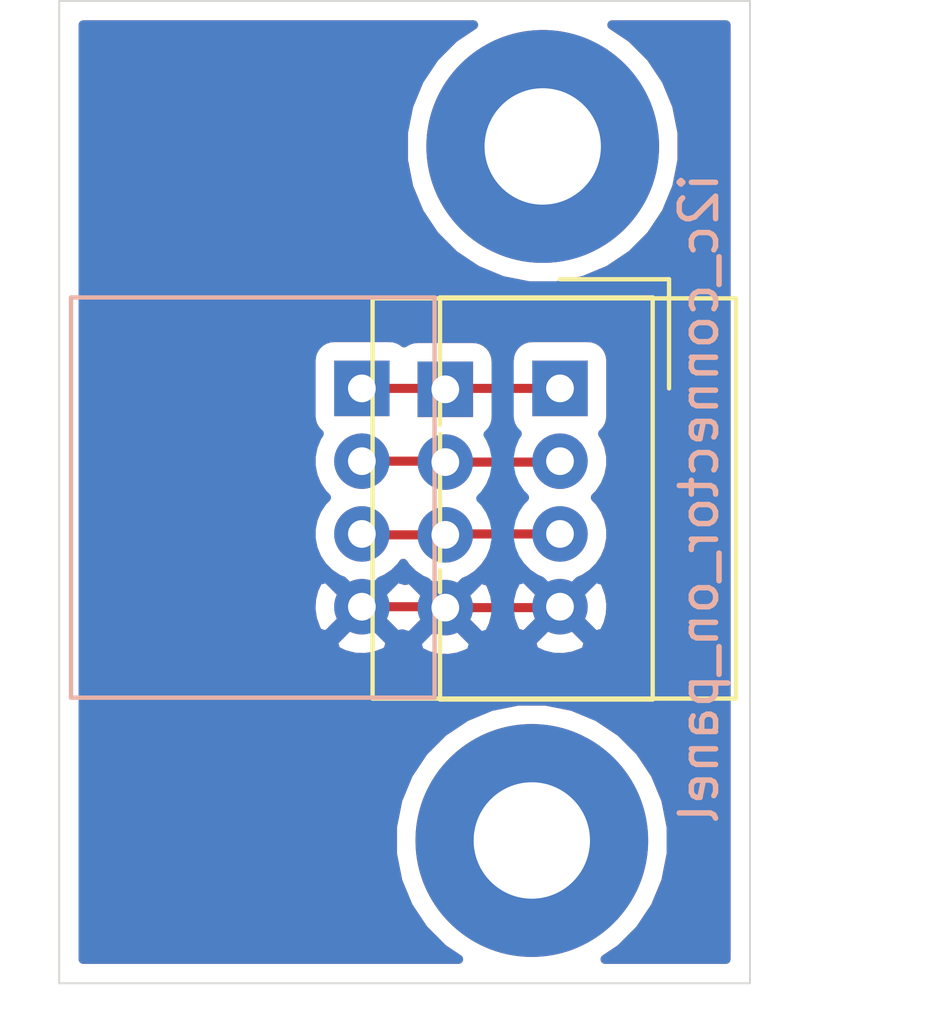
<source format=kicad_pcb>
(kicad_pcb (version 20171130) (host pcbnew 5.1.5-52549c5~86~ubuntu18.04.1)

  (general
    (thickness 1.6)
    (drawings 5)
    (tracks 16)
    (zones 0)
    (modules 5)
    (nets 5)
  )

  (page A4)
  (layers
    (0 F.Cu signal)
    (31 B.Cu signal)
    (32 B.Adhes user)
    (33 F.Adhes user)
    (34 B.Paste user)
    (35 F.Paste user)
    (36 B.SilkS user)
    (37 F.SilkS user)
    (38 B.Mask user)
    (39 F.Mask user)
    (40 Dwgs.User user)
    (41 Cmts.User user)
    (42 Eco1.User user)
    (43 Eco2.User user)
    (44 Edge.Cuts user)
    (45 Margin user)
    (46 B.CrtYd user)
    (47 F.CrtYd user)
    (48 B.Fab user)
    (49 F.Fab user)
  )

  (setup
    (last_trace_width 0.25)
    (trace_clearance 0.2)
    (zone_clearance 0.508)
    (zone_45_only no)
    (trace_min 0.2)
    (via_size 0.8)
    (via_drill 0.4)
    (via_min_size 0.4)
    (via_min_drill 0.3)
    (uvia_size 0.3)
    (uvia_drill 0.1)
    (uvias_allowed no)
    (uvia_min_size 0.2)
    (uvia_min_drill 0.1)
    (edge_width 0.05)
    (segment_width 0.2)
    (pcb_text_width 0.3)
    (pcb_text_size 1.5 1.5)
    (mod_edge_width 0.12)
    (mod_text_size 1 1)
    (mod_text_width 0.15)
    (pad_size 1.524 1.524)
    (pad_drill 0.762)
    (pad_to_mask_clearance 0.051)
    (solder_mask_min_width 0.25)
    (aux_axis_origin 0 0)
    (visible_elements FFFFFF7F)
    (pcbplotparams
      (layerselection 0x010fc_ffffffff)
      (usegerberextensions false)
      (usegerberattributes false)
      (usegerberadvancedattributes false)
      (creategerberjobfile false)
      (excludeedgelayer true)
      (linewidth 0.100000)
      (plotframeref false)
      (viasonmask false)
      (mode 1)
      (useauxorigin false)
      (hpglpennumber 1)
      (hpglpenspeed 20)
      (hpglpendiameter 15.000000)
      (psnegative false)
      (psa4output false)
      (plotreference true)
      (plotvalue true)
      (plotinvisibletext false)
      (padsonsilk false)
      (subtractmaskfromsilk false)
      (outputformat 1)
      (mirror false)
      (drillshape 1)
      (scaleselection 1)
      (outputdirectory ""))
  )

  (net 0 "")
  (net 1 GND)
  (net 2 VCC)
  (net 3 /SDA)
  (net 4 /SCL)

  (net_class Default "This is the default net class."
    (clearance 0.2)
    (trace_width 0.25)
    (via_dia 0.8)
    (via_drill 0.4)
    (uvia_dia 0.3)
    (uvia_drill 0.1)
    (add_net /SCL)
    (add_net /SDA)
    (add_net GND)
    (add_net VCC)
  )

  (module my-kicad-footprints:NS-Tech_Grove_1x04_P2mm_Horizontal (layer B.Cu) (tedit 5D3EFECF) (tstamp 5E8CA258)
    (at 159.325 73.65 180)
    (descr https://statics3.seeedstudio.com/images/opl/datasheet/3470130P1.pdf)
    (tags Grove-1x04)
    (path /5E8C50AC)
    (fp_text reference J1 (at -0.0127 6.3246) (layer B.SilkS) hide
      (effects (font (size 1 1) (thickness 0.15)) (justify mirror))
    )
    (fp_text value Conn_01x04 (at 9.1059 -2.6924 -90) (layer B.Fab)
      (effects (font (size 1 1) (thickness 0.15)) (justify mirror))
    )
    (fp_line (start -2 -5.5) (end 8 -5.5) (layer B.SilkS) (width 0.12))
    (fp_line (start -2 5.5) (end -2 -5.5) (layer B.SilkS) (width 0.12))
    (fp_line (start -2 5.5) (end 8 5.5) (layer B.SilkS) (width 0.12))
    (fp_line (start 8 5.5) (end 8 -5.5) (layer B.SilkS) (width 0.12))
    (fp_text user %R (at -2 1 -90) (layer B.Fab)
      (effects (font (size 1 1) (thickness 0.15)) (justify mirror))
    )
    (pad 4 thru_hole circle (at 0 -3 180) (size 1.524 1.524) (drill 0.762) (layers *.Cu *.Mask)
      (net 1 GND))
    (pad 3 thru_hole circle (at 0 -1 180) (size 1.524 1.524) (drill 0.762) (layers *.Cu *.Mask)
      (net 2 VCC))
    (pad 2 thru_hole circle (at 0 1 180) (size 1.524 1.524) (drill 0.762) (layers *.Cu *.Mask)
      (net 3 /SDA))
    (pad 1 thru_hole rect (at 0 3 180) (size 1.524 1.524) (drill 0.762) (layers *.Cu *.Mask)
      (net 4 /SCL))
    (model ${KISYS3DMOD}/Connector.3dshapes/NS-Tech_Grove_1x04_P2mm_Vertical.wrl
      (at (xyz 0 0 0))
      (scale (xyz 0.3937 0.3937 0.3937))
      (rotate (xyz 0 0 -90))
    )
  )

  (module Connector:NS-Tech_Grove_1x04_P2mm_Vertical (layer F.Cu) (tedit 5A2A5779) (tstamp 5E8CA60A)
    (at 164.775 70.65)
    (descr https://statics3.seeedstudio.com/images/opl/datasheet/3470130P1.pdf)
    (tags Grove-1x04)
    (path /5E8C6668)
    (fp_text reference J3 (at -1.5 -4) (layer F.SilkS) hide
      (effects (font (size 1 1) (thickness 0.15)))
    )
    (fp_text value Conn_01x04 (at 4.19 2.83 90) (layer F.Fab)
      (effects (font (size 1 1) (thickness 0.15)))
    )
    (fp_text user %R (at -2 2 90) (layer F.Fab)
      (effects (font (size 1 1) (thickness 0.15)))
    )
    (fp_line (start 0.9 0) (end 2.2 1) (layer F.Fab) (width 0.1))
    (fp_line (start 2.2 -1) (end 0.9 0) (layer F.Fab) (width 0.1))
    (fp_line (start 3 -3) (end 3 0) (layer F.SilkS) (width 0.12))
    (fp_line (start 0 -3) (end 3 -3) (layer F.SilkS) (width 0.12))
    (fp_line (start -3.45 -2.65) (end -3.45 8.7) (layer F.CrtYd) (width 0.05))
    (fp_line (start -3.45 8.7) (end 2.7 8.7) (layer F.CrtYd) (width 0.05))
    (fp_line (start 2.7 8.7) (end 2.7 -2.65) (layer F.CrtYd) (width 0.05))
    (fp_line (start -3.45 -2.65) (end 2.7 -2.65) (layer F.CrtYd) (width 0.05))
    (fp_line (start -3.3 5) (end -3.3 5.6) (layer F.SilkS) (width 0.12))
    (fp_line (start -3.3 0.4) (end -3.3 1) (layer F.SilkS) (width 0.12))
    (fp_line (start 2.55 -2.5) (end 2.55 8.55) (layer F.SilkS) (width 0.12))
    (fp_line (start -3.3 -2.5) (end 2.55 -2.5) (layer F.SilkS) (width 0.12))
    (fp_line (start -3.3 1.25) (end -3.3 4.75) (layer F.SilkS) (width 0.12))
    (fp_line (start -3.3 8.55) (end 2.55 8.55) (layer F.SilkS) (width 0.12))
    (fp_line (start -3.3 -2.5) (end -3.3 0.15) (layer F.SilkS) (width 0.12))
    (fp_line (start -3.3 5.9) (end -3.3 8.55) (layer F.SilkS) (width 0.12))
    (fp_line (start -2.9 -2.1) (end 2.2 -2.1) (layer F.Fab) (width 0.1))
    (fp_line (start 2.2 -2.1) (end 2.2 8.1) (layer F.Fab) (width 0.1))
    (fp_line (start 2.2 8.1) (end -2.9 8.1) (layer F.Fab) (width 0.1))
    (fp_line (start -2.9 8.1) (end -2.9 -2.1) (layer F.Fab) (width 0.1))
    (pad 1 thru_hole rect (at 0 0) (size 1.524 1.524) (drill 0.762) (layers *.Cu *.Mask)
      (net 4 /SCL))
    (pad 2 thru_hole circle (at 0 2) (size 1.524 1.524) (drill 0.762) (layers *.Cu *.Mask)
      (net 3 /SDA))
    (pad 3 thru_hole circle (at 0 4) (size 1.524 1.524) (drill 0.762) (layers *.Cu *.Mask)
      (net 2 VCC))
    (pad 4 thru_hole circle (at 0 6) (size 1.524 1.524) (drill 0.762) (layers *.Cu *.Mask)
      (net 1 GND))
    (model ${KISYS3DMOD}/Connector.3dshapes/NS-Tech_Grove_1x04_P2mm_Vertical.wrl
      (at (xyz 0 0 0))
      (scale (xyz 0.3937 0.3937 0.3937))
      (rotate (xyz 0 0 -90))
    )
  )

  (module MountingHole:MountingHole_3.2mm_M3_Pad (layer F.Cu) (tedit 56D1B4CB) (tstamp 5E8CA4A2)
    (at 164 83.075)
    (descr "Mounting Hole 3.2mm, M3")
    (tags "mounting hole 3.2mm m3")
    (attr virtual)
    (fp_text reference REF** (at 0 -4.2) (layer F.SilkS) hide
      (effects (font (size 1 1) (thickness 0.15)))
    )
    (fp_text value MountingHole_3.2mm_M3_Pad (at 0 4.2) (layer F.Fab)
      (effects (font (size 1 1) (thickness 0.15)))
    )
    (fp_text user %R (at 0.3 0) (layer F.Fab)
      (effects (font (size 1 1) (thickness 0.15)))
    )
    (fp_circle (center 0 0) (end 3.2 0) (layer Cmts.User) (width 0.15))
    (fp_circle (center 0 0) (end 3.45 0) (layer F.CrtYd) (width 0.05))
    (pad 1 thru_hole circle (at 0 0) (size 6.4 6.4) (drill 3.2) (layers *.Cu *.Mask))
  )

  (module MountingHole:MountingHole_3.2mm_M3_Pad (layer F.Cu) (tedit 56D1B4CB) (tstamp 5E8CA4A0)
    (at 164.3 64)
    (descr "Mounting Hole 3.2mm, M3")
    (tags "mounting hole 3.2mm m3")
    (attr virtual)
    (fp_text reference REF** (at 0 -4.2) (layer F.SilkS) hide
      (effects (font (size 1 1) (thickness 0.15)))
    )
    (fp_text value MountingHole_3.2mm_M3_Pad (at 0 4.2) (layer F.Fab)
      (effects (font (size 1 1) (thickness 0.15)))
    )
    (fp_circle (center 0 0) (end 3.45 0) (layer F.CrtYd) (width 0.05))
    (fp_circle (center 0 0) (end 3.2 0) (layer Cmts.User) (width 0.15))
    (fp_text user %R (at 0.3 0) (layer F.Fab)
      (effects (font (size 1 1) (thickness 0.15)))
    )
    (pad 1 thru_hole circle (at 0 0) (size 6.4 6.4) (drill 3.2) (layers *.Cu *.Mask))
  )

  (module my-kicad-footprints:NS-Tech_Grove_1x04_P2mm_Horizontal (layer F.Cu) (tedit 5D3EFECF) (tstamp 5E8CA265)
    (at 161.62 73.675)
    (descr https://statics3.seeedstudio.com/images/opl/datasheet/3470130P1.pdf)
    (tags Grove-1x04)
    (path /5E8C4EF3)
    (fp_text reference J2 (at -0.0127 -6.3246) (layer F.SilkS) hide
      (effects (font (size 1 1) (thickness 0.15)))
    )
    (fp_text value Conn_01x04 (at 9.1059 2.6924 90) (layer F.Fab)
      (effects (font (size 1 1) (thickness 0.15)))
    )
    (fp_line (start -2 5.5) (end 8 5.5) (layer F.SilkS) (width 0.12))
    (fp_line (start -2 -5.5) (end -2 5.5) (layer F.SilkS) (width 0.12))
    (fp_line (start -2 -5.5) (end 8 -5.5) (layer F.SilkS) (width 0.12))
    (fp_line (start 8 -5.5) (end 8 5.5) (layer F.SilkS) (width 0.12))
    (fp_text user %R (at -2 -1 90) (layer F.Fab)
      (effects (font (size 1 1) (thickness 0.15)))
    )
    (pad 4 thru_hole circle (at 0 3) (size 1.524 1.524) (drill 0.762) (layers *.Cu *.Mask)
      (net 1 GND))
    (pad 3 thru_hole circle (at 0 1) (size 1.524 1.524) (drill 0.762) (layers *.Cu *.Mask)
      (net 2 VCC))
    (pad 2 thru_hole circle (at 0 -1) (size 1.524 1.524) (drill 0.762) (layers *.Cu *.Mask)
      (net 3 /SDA))
    (pad 1 thru_hole rect (at 0 -3) (size 1.524 1.524) (drill 0.762) (layers *.Cu *.Mask)
      (net 4 /SCL))
    (model ${KISYS3DMOD}/Connector.3dshapes/NS-Tech_Grove_1x04_P2mm_Vertical.wrl
      (at (xyz 0 0 0))
      (scale (xyz 0.3937 0.3937 0.3937))
      (rotate (xyz 0 0 -90))
    )
  )

  (gr_text i2c_connector_on_panel (at 168.6 73.675 90) (layer B.SilkS)
    (effects (font (size 1 1) (thickness 0.15)) (justify mirror))
  )
  (gr_line (start 170 60) (end 151 60) (layer Edge.Cuts) (width 0.05))
  (gr_line (start 170 87) (end 170 60) (layer Edge.Cuts) (width 0.05))
  (gr_line (start 151 87) (end 170 87) (layer Edge.Cuts) (width 0.05))
  (gr_line (start 151 60) (end 151 87) (layer Edge.Cuts) (width 0.05))

  (segment (start 161.595 76.65) (end 161.62 76.675) (width 0.25) (layer F.Cu) (net 1))
  (segment (start 159.325 76.65) (end 161.595 76.65) (width 0.25) (layer F.Cu) (net 1))
  (segment (start 164.75 76.675) (end 164.775 76.65) (width 0.25) (layer F.Cu) (net 1))
  (segment (start 161.62 76.675) (end 164.75 76.675) (width 0.25) (layer F.Cu) (net 1))
  (segment (start 161.645 74.65) (end 161.62 74.675) (width 0.25) (layer F.Cu) (net 2))
  (segment (start 164.775 74.65) (end 161.645 74.65) (width 0.25) (layer F.Cu) (net 2))
  (segment (start 159.35 74.675) (end 159.325 74.65) (width 0.25) (layer F.Cu) (net 2))
  (segment (start 161.62 74.675) (end 159.35 74.675) (width 0.25) (layer F.Cu) (net 2))
  (segment (start 161.595 72.65) (end 161.62 72.675) (width 0.25) (layer F.Cu) (net 3))
  (segment (start 159.325 72.65) (end 161.595 72.65) (width 0.25) (layer F.Cu) (net 3))
  (segment (start 164.75 72.675) (end 164.775 72.65) (width 0.25) (layer F.Cu) (net 3))
  (segment (start 161.62 72.675) (end 164.75 72.675) (width 0.25) (layer F.Cu) (net 3))
  (segment (start 161.645 70.65) (end 161.62 70.675) (width 0.25) (layer F.Cu) (net 4))
  (segment (start 164.775 70.65) (end 161.645 70.65) (width 0.25) (layer F.Cu) (net 4))
  (segment (start 161.595 70.65) (end 161.62 70.675) (width 0.25) (layer F.Cu) (net 4))
  (segment (start 159.325 70.65) (end 161.595 70.65) (width 0.25) (layer F.Cu) (net 4))

  (zone (net 1) (net_name GND) (layer F.Cu) (tstamp 0) (hatch edge 0.508)
    (connect_pads (clearance 0.508))
    (min_thickness 0.254)
    (fill yes (arc_segments 32) (thermal_gap 0.508) (thermal_bridge_width 0.508))
    (polygon
      (pts
        (xy 169.875 86.975) (xy 150.95 87.025) (xy 151 60.05) (xy 169.825 60.05)
      )
    )
    (filled_polygon
      (pts
        (xy 161.85533 61.021161) (xy 161.321161 61.55533) (xy 160.901467 62.183446) (xy 160.612377 62.881372) (xy 160.465 63.622285)
        (xy 160.465 64.377715) (xy 160.612377 65.118628) (xy 160.901467 65.816554) (xy 161.321161 66.44467) (xy 161.85533 66.978839)
        (xy 162.483446 67.398533) (xy 163.181372 67.687623) (xy 163.922285 67.835) (xy 164.677715 67.835) (xy 165.418628 67.687623)
        (xy 166.116554 67.398533) (xy 166.74467 66.978839) (xy 167.278839 66.44467) (xy 167.698533 65.816554) (xy 167.987623 65.118628)
        (xy 168.135 64.377715) (xy 168.135 63.622285) (xy 167.987623 62.881372) (xy 167.698533 62.183446) (xy 167.278839 61.55533)
        (xy 166.74467 61.021161) (xy 166.204155 60.66) (xy 169.340001 60.66) (xy 169.34 86.34) (xy 166.0164 86.34)
        (xy 166.44467 86.053839) (xy 166.978839 85.51967) (xy 167.398533 84.891554) (xy 167.687623 84.193628) (xy 167.835 83.452715)
        (xy 167.835 82.697285) (xy 167.687623 81.956372) (xy 167.398533 81.258446) (xy 166.978839 80.63033) (xy 166.44467 80.096161)
        (xy 165.816554 79.676467) (xy 165.118628 79.387377) (xy 164.377715 79.24) (xy 163.622285 79.24) (xy 162.881372 79.387377)
        (xy 162.183446 79.676467) (xy 161.55533 80.096161) (xy 161.021161 80.63033) (xy 160.601467 81.258446) (xy 160.312377 81.956372)
        (xy 160.165 82.697285) (xy 160.165 83.452715) (xy 160.312377 84.193628) (xy 160.601467 84.891554) (xy 161.021161 85.51967)
        (xy 161.55533 86.053839) (xy 161.9836 86.34) (xy 151.66 86.34) (xy 151.66 77.615565) (xy 158.53904 77.615565)
        (xy 158.60602 77.855656) (xy 158.855048 77.972756) (xy 159.122135 78.039023) (xy 159.397017 78.05191) (xy 159.669133 78.010922)
        (xy 159.928023 77.917636) (xy 160.04398 77.855656) (xy 160.103985 77.640565) (xy 160.83404 77.640565) (xy 160.90102 77.880656)
        (xy 161.150048 77.997756) (xy 161.417135 78.064023) (xy 161.692017 78.07691) (xy 161.964133 78.035922) (xy 162.223023 77.942636)
        (xy 162.33898 77.880656) (xy 162.40596 77.640565) (xy 162.38096 77.615565) (xy 163.98904 77.615565) (xy 164.05602 77.855656)
        (xy 164.305048 77.972756) (xy 164.572135 78.039023) (xy 164.847017 78.05191) (xy 165.119133 78.010922) (xy 165.378023 77.917636)
        (xy 165.49398 77.855656) (xy 165.56096 77.615565) (xy 164.775 76.829605) (xy 163.98904 77.615565) (xy 162.38096 77.615565)
        (xy 161.62 76.854605) (xy 160.83404 77.640565) (xy 160.103985 77.640565) (xy 160.11096 77.615565) (xy 159.325 76.829605)
        (xy 158.53904 77.615565) (xy 151.66 77.615565) (xy 151.66 76.722017) (xy 157.92309 76.722017) (xy 157.964078 76.994133)
        (xy 158.057364 77.253023) (xy 158.119344 77.36898) (xy 158.359435 77.43596) (xy 159.145395 76.65) (xy 159.504605 76.65)
        (xy 160.290565 77.43596) (xy 160.427694 77.397704) (xy 160.654435 77.46096) (xy 161.440395 76.675) (xy 161.799605 76.675)
        (xy 162.585565 77.46096) (xy 162.825656 77.39398) (xy 162.942756 77.144952) (xy 163.009023 76.877865) (xy 163.016329 76.722017)
        (xy 163.37309 76.722017) (xy 163.414078 76.994133) (xy 163.507364 77.253023) (xy 163.569344 77.36898) (xy 163.809435 77.43596)
        (xy 164.595395 76.65) (xy 164.954605 76.65) (xy 165.740565 77.43596) (xy 165.980656 77.36898) (xy 166.097756 77.119952)
        (xy 166.164023 76.852865) (xy 166.17691 76.577983) (xy 166.135922 76.305867) (xy 166.042636 76.046977) (xy 165.980656 75.93102)
        (xy 165.740565 75.86404) (xy 164.954605 76.65) (xy 164.595395 76.65) (xy 163.809435 75.86404) (xy 163.569344 75.93102)
        (xy 163.452244 76.180048) (xy 163.385977 76.447135) (xy 163.37309 76.722017) (xy 163.016329 76.722017) (xy 163.02191 76.602983)
        (xy 162.980922 76.330867) (xy 162.887636 76.071977) (xy 162.825656 75.95602) (xy 162.585565 75.88904) (xy 161.799605 76.675)
        (xy 161.440395 76.675) (xy 160.654435 75.88904) (xy 160.517306 75.927296) (xy 160.290565 75.86404) (xy 159.504605 76.65)
        (xy 159.145395 76.65) (xy 158.359435 75.86404) (xy 158.119344 75.93102) (xy 158.002244 76.180048) (xy 157.935977 76.447135)
        (xy 157.92309 76.722017) (xy 151.66 76.722017) (xy 151.66 69.888) (xy 157.924928 69.888) (xy 157.924928 71.412)
        (xy 157.937188 71.536482) (xy 157.973498 71.65618) (xy 158.032463 71.766494) (xy 158.111815 71.863185) (xy 158.149766 71.89433)
        (xy 158.086995 71.988273) (xy 157.981686 72.24251) (xy 157.928 72.512408) (xy 157.928 72.787592) (xy 157.981686 73.05749)
        (xy 158.086995 73.311727) (xy 158.23988 73.540535) (xy 158.349345 73.65) (xy 158.23988 73.759465) (xy 158.086995 73.988273)
        (xy 157.981686 74.24251) (xy 157.928 74.512408) (xy 157.928 74.787592) (xy 157.981686 75.05749) (xy 158.086995 75.311727)
        (xy 158.23988 75.540535) (xy 158.434465 75.73512) (xy 158.663273 75.888005) (xy 158.79871 75.944105) (xy 159.325 76.470395)
        (xy 159.85129 75.944105) (xy 159.986727 75.888005) (xy 160.215535 75.73512) (xy 160.41012 75.540535) (xy 160.464148 75.459677)
        (xy 160.53488 75.565535) (xy 160.729465 75.76012) (xy 160.958273 75.913005) (xy 161.09371 75.969105) (xy 161.62 76.495395)
        (xy 162.14629 75.969105) (xy 162.281727 75.913005) (xy 162.510535 75.76012) (xy 162.70512 75.565535) (xy 162.809045 75.41)
        (xy 163.602659 75.41) (xy 163.68988 75.540535) (xy 163.884465 75.73512) (xy 164.113273 75.888005) (xy 164.24871 75.944105)
        (xy 164.775 76.470395) (xy 165.30129 75.944105) (xy 165.436727 75.888005) (xy 165.665535 75.73512) (xy 165.86012 75.540535)
        (xy 166.013005 75.311727) (xy 166.118314 75.05749) (xy 166.172 74.787592) (xy 166.172 74.512408) (xy 166.118314 74.24251)
        (xy 166.013005 73.988273) (xy 165.86012 73.759465) (xy 165.750655 73.65) (xy 165.86012 73.540535) (xy 166.013005 73.311727)
        (xy 166.118314 73.05749) (xy 166.172 72.787592) (xy 166.172 72.512408) (xy 166.118314 72.24251) (xy 166.013005 71.988273)
        (xy 165.950234 71.89433) (xy 165.988185 71.863185) (xy 166.067537 71.766494) (xy 166.126502 71.65618) (xy 166.162812 71.536482)
        (xy 166.175072 71.412) (xy 166.175072 69.888) (xy 166.162812 69.763518) (xy 166.126502 69.64382) (xy 166.067537 69.533506)
        (xy 165.988185 69.436815) (xy 165.891494 69.357463) (xy 165.78118 69.298498) (xy 165.661482 69.262188) (xy 165.537 69.249928)
        (xy 164.013 69.249928) (xy 163.888518 69.262188) (xy 163.76882 69.298498) (xy 163.658506 69.357463) (xy 163.561815 69.436815)
        (xy 163.482463 69.533506) (xy 163.423498 69.64382) (xy 163.387188 69.763518) (xy 163.374928 69.888) (xy 163.374928 69.89)
        (xy 163.017807 69.89) (xy 163.007812 69.788518) (xy 162.971502 69.66882) (xy 162.912537 69.558506) (xy 162.833185 69.461815)
        (xy 162.736494 69.382463) (xy 162.62618 69.323498) (xy 162.506482 69.287188) (xy 162.382 69.274928) (xy 160.858 69.274928)
        (xy 160.733518 69.287188) (xy 160.61382 69.323498) (xy 160.503506 69.382463) (xy 160.487731 69.395409) (xy 160.441494 69.357463)
        (xy 160.33118 69.298498) (xy 160.211482 69.262188) (xy 160.087 69.249928) (xy 158.563 69.249928) (xy 158.438518 69.262188)
        (xy 158.31882 69.298498) (xy 158.208506 69.357463) (xy 158.111815 69.436815) (xy 158.032463 69.533506) (xy 157.973498 69.64382)
        (xy 157.937188 69.763518) (xy 157.924928 69.888) (xy 151.66 69.888) (xy 151.66 60.66) (xy 162.395845 60.66)
      )
    )
  )
  (zone (net 1) (net_name GND) (layer B.Cu) (tstamp 5E8C55C6) (hatch edge 0.508)
    (connect_pads (clearance 0.508))
    (min_thickness 0.254)
    (fill yes (arc_segments 32) (thermal_gap 0.508) (thermal_bridge_width 0.508))
    (polygon
      (pts
        (xy 169.875 86.975) (xy 150.95 87.025) (xy 151 60.05) (xy 169.825 60.05)
      )
    )
    (filled_polygon
      (pts
        (xy 161.85533 61.021161) (xy 161.321161 61.55533) (xy 160.901467 62.183446) (xy 160.612377 62.881372) (xy 160.465 63.622285)
        (xy 160.465 64.377715) (xy 160.612377 65.118628) (xy 160.901467 65.816554) (xy 161.321161 66.44467) (xy 161.85533 66.978839)
        (xy 162.483446 67.398533) (xy 163.181372 67.687623) (xy 163.922285 67.835) (xy 164.677715 67.835) (xy 165.418628 67.687623)
        (xy 166.116554 67.398533) (xy 166.74467 66.978839) (xy 167.278839 66.44467) (xy 167.698533 65.816554) (xy 167.987623 65.118628)
        (xy 168.135 64.377715) (xy 168.135 63.622285) (xy 167.987623 62.881372) (xy 167.698533 62.183446) (xy 167.278839 61.55533)
        (xy 166.74467 61.021161) (xy 166.204155 60.66) (xy 169.340001 60.66) (xy 169.34 86.34) (xy 166.0164 86.34)
        (xy 166.44467 86.053839) (xy 166.978839 85.51967) (xy 167.398533 84.891554) (xy 167.687623 84.193628) (xy 167.835 83.452715)
        (xy 167.835 82.697285) (xy 167.687623 81.956372) (xy 167.398533 81.258446) (xy 166.978839 80.63033) (xy 166.44467 80.096161)
        (xy 165.816554 79.676467) (xy 165.118628 79.387377) (xy 164.377715 79.24) (xy 163.622285 79.24) (xy 162.881372 79.387377)
        (xy 162.183446 79.676467) (xy 161.55533 80.096161) (xy 161.021161 80.63033) (xy 160.601467 81.258446) (xy 160.312377 81.956372)
        (xy 160.165 82.697285) (xy 160.165 83.452715) (xy 160.312377 84.193628) (xy 160.601467 84.891554) (xy 161.021161 85.51967)
        (xy 161.55533 86.053839) (xy 161.9836 86.34) (xy 151.66 86.34) (xy 151.66 77.615565) (xy 158.53904 77.615565)
        (xy 158.60602 77.855656) (xy 158.855048 77.972756) (xy 159.122135 78.039023) (xy 159.397017 78.05191) (xy 159.669133 78.010922)
        (xy 159.928023 77.917636) (xy 160.04398 77.855656) (xy 160.103985 77.640565) (xy 160.83404 77.640565) (xy 160.90102 77.880656)
        (xy 161.150048 77.997756) (xy 161.417135 78.064023) (xy 161.692017 78.07691) (xy 161.964133 78.035922) (xy 162.223023 77.942636)
        (xy 162.33898 77.880656) (xy 162.40596 77.640565) (xy 162.38096 77.615565) (xy 163.98904 77.615565) (xy 164.05602 77.855656)
        (xy 164.305048 77.972756) (xy 164.572135 78.039023) (xy 164.847017 78.05191) (xy 165.119133 78.010922) (xy 165.378023 77.917636)
        (xy 165.49398 77.855656) (xy 165.56096 77.615565) (xy 164.775 76.829605) (xy 163.98904 77.615565) (xy 162.38096 77.615565)
        (xy 161.62 76.854605) (xy 160.83404 77.640565) (xy 160.103985 77.640565) (xy 160.11096 77.615565) (xy 159.325 76.829605)
        (xy 158.53904 77.615565) (xy 151.66 77.615565) (xy 151.66 76.722017) (xy 157.92309 76.722017) (xy 157.964078 76.994133)
        (xy 158.057364 77.253023) (xy 158.119344 77.36898) (xy 158.359435 77.43596) (xy 159.145395 76.65) (xy 159.504605 76.65)
        (xy 160.290565 77.43596) (xy 160.427694 77.397704) (xy 160.654435 77.46096) (xy 161.440395 76.675) (xy 161.799605 76.675)
        (xy 162.585565 77.46096) (xy 162.825656 77.39398) (xy 162.942756 77.144952) (xy 163.009023 76.877865) (xy 163.016329 76.722017)
        (xy 163.37309 76.722017) (xy 163.414078 76.994133) (xy 163.507364 77.253023) (xy 163.569344 77.36898) (xy 163.809435 77.43596)
        (xy 164.595395 76.65) (xy 164.954605 76.65) (xy 165.740565 77.43596) (xy 165.980656 77.36898) (xy 166.097756 77.119952)
        (xy 166.164023 76.852865) (xy 166.17691 76.577983) (xy 166.135922 76.305867) (xy 166.042636 76.046977) (xy 165.980656 75.93102)
        (xy 165.740565 75.86404) (xy 164.954605 76.65) (xy 164.595395 76.65) (xy 163.809435 75.86404) (xy 163.569344 75.93102)
        (xy 163.452244 76.180048) (xy 163.385977 76.447135) (xy 163.37309 76.722017) (xy 163.016329 76.722017) (xy 163.02191 76.602983)
        (xy 162.980922 76.330867) (xy 162.887636 76.071977) (xy 162.825656 75.95602) (xy 162.585565 75.88904) (xy 161.799605 76.675)
        (xy 161.440395 76.675) (xy 160.654435 75.88904) (xy 160.517306 75.927296) (xy 160.290565 75.86404) (xy 159.504605 76.65)
        (xy 159.145395 76.65) (xy 158.359435 75.86404) (xy 158.119344 75.93102) (xy 158.002244 76.180048) (xy 157.935977 76.447135)
        (xy 157.92309 76.722017) (xy 151.66 76.722017) (xy 151.66 69.888) (xy 157.924928 69.888) (xy 157.924928 71.412)
        (xy 157.937188 71.536482) (xy 157.973498 71.65618) (xy 158.032463 71.766494) (xy 158.111815 71.863185) (xy 158.149766 71.89433)
        (xy 158.086995 71.988273) (xy 157.981686 72.24251) (xy 157.928 72.512408) (xy 157.928 72.787592) (xy 157.981686 73.05749)
        (xy 158.086995 73.311727) (xy 158.23988 73.540535) (xy 158.349345 73.65) (xy 158.23988 73.759465) (xy 158.086995 73.988273)
        (xy 157.981686 74.24251) (xy 157.928 74.512408) (xy 157.928 74.787592) (xy 157.981686 75.05749) (xy 158.086995 75.311727)
        (xy 158.23988 75.540535) (xy 158.434465 75.73512) (xy 158.663273 75.888005) (xy 158.79871 75.944105) (xy 159.325 76.470395)
        (xy 159.85129 75.944105) (xy 159.986727 75.888005) (xy 160.215535 75.73512) (xy 160.41012 75.540535) (xy 160.464148 75.459677)
        (xy 160.53488 75.565535) (xy 160.729465 75.76012) (xy 160.958273 75.913005) (xy 161.09371 75.969105) (xy 161.62 76.495395)
        (xy 162.14629 75.969105) (xy 162.281727 75.913005) (xy 162.510535 75.76012) (xy 162.70512 75.565535) (xy 162.858005 75.336727)
        (xy 162.963314 75.08249) (xy 163.017 74.812592) (xy 163.017 74.537408) (xy 162.963314 74.26751) (xy 162.858005 74.013273)
        (xy 162.70512 73.784465) (xy 162.595655 73.675) (xy 162.70512 73.565535) (xy 162.858005 73.336727) (xy 162.963314 73.08249)
        (xy 163.017 72.812592) (xy 163.017 72.537408) (xy 162.963314 72.26751) (xy 162.858005 72.013273) (xy 162.795234 71.91933)
        (xy 162.833185 71.888185) (xy 162.912537 71.791494) (xy 162.971502 71.68118) (xy 163.007812 71.561482) (xy 163.020072 71.437)
        (xy 163.020072 69.913) (xy 163.01761 69.888) (xy 163.374928 69.888) (xy 163.374928 71.412) (xy 163.387188 71.536482)
        (xy 163.423498 71.65618) (xy 163.482463 71.766494) (xy 163.561815 71.863185) (xy 163.599766 71.89433) (xy 163.536995 71.988273)
        (xy 163.431686 72.24251) (xy 163.378 72.512408) (xy 163.378 72.787592) (xy 163.431686 73.05749) (xy 163.536995 73.311727)
        (xy 163.68988 73.540535) (xy 163.799345 73.65) (xy 163.68988 73.759465) (xy 163.536995 73.988273) (xy 163.431686 74.24251)
        (xy 163.378 74.512408) (xy 163.378 74.787592) (xy 163.431686 75.05749) (xy 163.536995 75.311727) (xy 163.68988 75.540535)
        (xy 163.884465 75.73512) (xy 164.113273 75.888005) (xy 164.24871 75.944105) (xy 164.775 76.470395) (xy 165.30129 75.944105)
        (xy 165.436727 75.888005) (xy 165.665535 75.73512) (xy 165.86012 75.540535) (xy 166.013005 75.311727) (xy 166.118314 75.05749)
        (xy 166.172 74.787592) (xy 166.172 74.512408) (xy 166.118314 74.24251) (xy 166.013005 73.988273) (xy 165.86012 73.759465)
        (xy 165.750655 73.65) (xy 165.86012 73.540535) (xy 166.013005 73.311727) (xy 166.118314 73.05749) (xy 166.172 72.787592)
        (xy 166.172 72.512408) (xy 166.118314 72.24251) (xy 166.013005 71.988273) (xy 165.950234 71.89433) (xy 165.988185 71.863185)
        (xy 166.067537 71.766494) (xy 166.126502 71.65618) (xy 166.162812 71.536482) (xy 166.175072 71.412) (xy 166.175072 69.888)
        (xy 166.162812 69.763518) (xy 166.126502 69.64382) (xy 166.067537 69.533506) (xy 165.988185 69.436815) (xy 165.891494 69.357463)
        (xy 165.78118 69.298498) (xy 165.661482 69.262188) (xy 165.537 69.249928) (xy 164.013 69.249928) (xy 163.888518 69.262188)
        (xy 163.76882 69.298498) (xy 163.658506 69.357463) (xy 163.561815 69.436815) (xy 163.482463 69.533506) (xy 163.423498 69.64382)
        (xy 163.387188 69.763518) (xy 163.374928 69.888) (xy 163.01761 69.888) (xy 163.007812 69.788518) (xy 162.971502 69.66882)
        (xy 162.912537 69.558506) (xy 162.833185 69.461815) (xy 162.736494 69.382463) (xy 162.62618 69.323498) (xy 162.506482 69.287188)
        (xy 162.382 69.274928) (xy 160.858 69.274928) (xy 160.733518 69.287188) (xy 160.61382 69.323498) (xy 160.503506 69.382463)
        (xy 160.487731 69.395409) (xy 160.441494 69.357463) (xy 160.33118 69.298498) (xy 160.211482 69.262188) (xy 160.087 69.249928)
        (xy 158.563 69.249928) (xy 158.438518 69.262188) (xy 158.31882 69.298498) (xy 158.208506 69.357463) (xy 158.111815 69.436815)
        (xy 158.032463 69.533506) (xy 157.973498 69.64382) (xy 157.937188 69.763518) (xy 157.924928 69.888) (xy 151.66 69.888)
        (xy 151.66 60.66) (xy 162.395845 60.66)
      )
    )
  )
)

</source>
